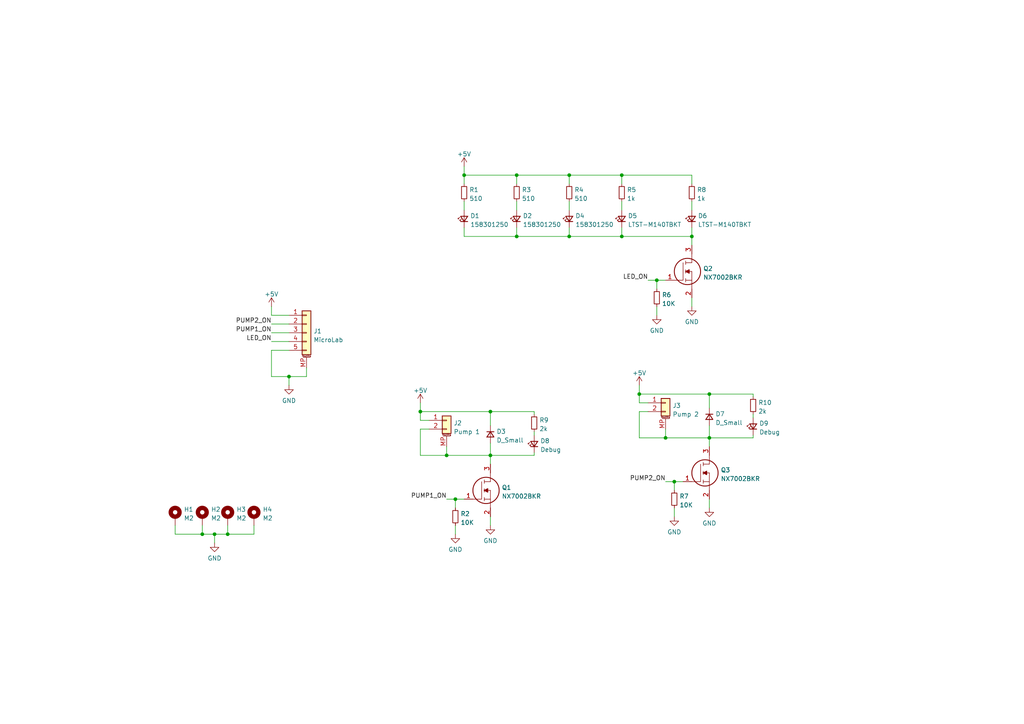
<source format=kicad_sch>
(kicad_sch (version 20211123) (generator eeschema)
  (paper "A4")
  (lib_symbols
    (symbol "Connector_Generic_MountingPin:Conn_01x02_MountingPin" (pin_names (offset 1.016) hide)
      (property "Reference" "J" (at 0 2.54 0))
      (property "Value" "Conn_01x02_MountingPin" (at 1.27 -5.08 0))
      (symbol "Conn_01x02_MountingPin_1_1"
        (rectangle (start -1.27 -2.413) (end 0 -2.667) (stroke (width 0.1524)))
        (rectangle (start -1.27 0.127) (end 0 -0.127) (stroke (width 0.1524)))
        (rectangle (start -1.27 1.27) (end 1.27 -3.81) (stroke (width 0.254)) (fill (type background)))
        (polyline (pts (xy -1.016 -4.572) (xy 1.016 -4.572)) (stroke (width 0.1524)))
        (text "Mounting" (at 0 -4.191 0) (effects (font (size 0.381 0.381))))
        (pin passive line (at -5.08 0 0) (length 3.81) (name "Pin_1") (number "1"))
        (pin passive line (at -5.08 -2.54 0) (length 3.81) (name "Pin_2") (number "2"))
        (pin passive line (at 0 -7.62 90) (length 3.048) (name "MountPin") (number "MP"))
      )
    )
    (symbol "Connector_Generic_MountingPin:Conn_01x05_MountingPin" (pin_names (offset 1.016) hide)
      (property "Reference" "J" (at 0 7.62 0))
      (property "Value" "Conn_01x05_MountingPin" (at 1.27 -7.62 0))
      (symbol "Conn_01x05_MountingPin_1_1"
        (rectangle (start -1.27 -4.953) (end 0 -5.207) (stroke (width 0.1524)))
        (rectangle (start -1.27 -2.413) (end 0 -2.667) (stroke (width 0.1524)))
        (rectangle (start -1.27 0.127) (end 0 -0.127) (stroke (width 0.1524)))
        (rectangle (start -1.27 2.667) (end 0 2.413) (stroke (width 0.1524)))
        (rectangle (start -1.27 5.207) (end 0 4.953) (stroke (width 0.1524)))
        (rectangle (start -1.27 6.35) (end 1.27 -6.35) (stroke (width 0.254)) (fill (type background)))
        (polyline (pts (xy -1.016 -7.112) (xy 1.016 -7.112)) (stroke (width 0.1524)))
        (text "Mounting" (at 0 -6.731 0) (effects (font (size 0.381 0.381))))
        (pin passive line (at -5.08 5.08 0) (length 3.81) (name "Pin_1") (number "1"))
        (pin passive line (at -5.08 2.54 0) (length 3.81) (name "Pin_2") (number "2"))
        (pin passive line (at -5.08 0 0) (length 3.81) (name "Pin_3") (number "3"))
        (pin passive line (at -5.08 -2.54 0) (length 3.81) (name "Pin_4") (number "4"))
        (pin passive line (at -5.08 -5.08 0) (length 3.81) (name "Pin_5") (number "5"))
        (pin passive line (at 0 -10.16 90) (length 3.048) (name "MountPin") (number "MP"))
      )
    )
    (symbol "Device:D_Small" (pin_numbers hide) (pin_names (offset 0.254) hide)
      (property "Reference" "D" (at -1.27 2.032 0))
      (property "Value" "D_Small" (at -3.81 -2.032 0))
      (symbol "D_Small_0_1"
        (polyline (pts (xy -0.762 -1.016) (xy -0.762 1.016)) (stroke (width 0.254)))
        (polyline (pts (xy -0.762 0) (xy 0.762 0)))
        (polyline (pts (xy 0.762 -1.016) (xy -0.762 0) (xy 0.762 1.016) (xy 0.762 -1.016)) (stroke (width 0.254)))
      )
      (symbol "D_Small_1_1"
        (pin passive line (at -2.54 0 0) (length 1.778) (name "K") (number "1"))
        (pin passive line (at 2.54 0 180) (length 1.778) (name "A") (number "2"))
      )
    )
    (symbol "Device:LED_Small" (pin_numbers hide) (pin_names (offset 0.254) hide)
      (property "Reference" "D" (at -1.27 3.175 0))
      (property "Value" "LED_Small" (at -4.445 -2.54 0))
      (symbol "LED_Small_0_1"
        (polyline (pts (xy -0.762 -1.016) (xy -0.762 1.016)) (stroke (width 0.254)))
        (polyline (pts (xy 1.016 0) (xy -0.762 0)))
        (polyline (pts (xy 0.762 -1.016) (xy -0.762 0) (xy 0.762 1.016) (xy 0.762 -1.016)) (stroke (width 0.254)))
        (polyline (pts (xy 0 0.762) (xy -0.508 1.27) (xy -0.254 1.27) (xy -0.508 1.27) (xy -0.508 1.016)))
        (polyline (pts (xy 0.508 1.27) (xy 0 1.778) (xy 0.254 1.778) (xy 0 1.778) (xy 0 1.524)))
      )
      (symbol "LED_Small_1_1"
        (pin passive line (at -2.54 0 0) (length 1.778) (name "K") (number "1"))
        (pin passive line (at 2.54 0 180) (length 1.778) (name "A") (number "2"))
      )
    )
    (symbol "Device:R_Small" (pin_numbers hide) (pin_names (offset 0.254) hide)
      (property "Reference" "R" (at 0.762 0.508 0))
      (property "Value" "R_Small" (at 0.762 -1.016 0))
      (symbol "R_Small_0_1"
        (rectangle (start -0.762 1.778) (end 0.762 -1.778) (stroke (width 0.2032)))
      )
      (symbol "R_Small_1_1"
        (pin passive line (at 0 2.54 270) (length 0.762) (name "~") (number "1"))
        (pin passive line (at 0 -2.54 90) (length 0.762) (name "~") (number "2"))
      )
    )
    (symbol "Mechanical:MountingHole_Pad" (pin_numbers hide) (pin_names (offset 1.016) hide)
      (property "Reference" "H" (at 0 6.35 0))
      (property "Value" "MountingHole_Pad" (at 0 4.445 0))
      (symbol "MountingHole_Pad_0_1"
        (circle (center 0 1.27) (radius 1.27) (stroke (width 1.27)))
      )
      (symbol "MountingHole_Pad_1_1"
        (pin input line (at 0 -2.54 90) (length 2.54) (name "1") (number "1"))
      )
    )
    (symbol "Mouser Parts:NX7002BKR" (pin_names (offset 0.762))
      (property "Reference" "Q" (at 11.43 3.81 0))
      (property "Value" "NX7002BKR" (at 11.43 1.27 0))
      (symbol "NX7002BKR_0_0"
        (pin passive line (at 0 0 0) (length 2.54) (name "~") (number "1"))
        (pin passive line (at 7.62 -5.08 90) (length 2.54) (name "~") (number "2"))
        (pin passive line (at 7.62 10.16 270) (length 2.54) (name "~") (number "3"))
      )
      (symbol "NX7002BKR_0_1"
        (polyline (pts (xy 5.842 -0.508) (xy 5.842 0.508)) (stroke (width 0.1524)))
        (polyline (pts (xy 5.842 0) (xy 7.62 0)) (stroke (width 0.1524)))
        (polyline (pts (xy 5.842 2.032) (xy 5.842 3.048)) (stroke (width 0.1524)))
        (polyline (pts (xy 5.842 5.588) (xy 5.842 4.572)) (stroke (width 0.1524)))
        (polyline (pts (xy 7.62 2.54) (xy 5.842 2.54)) (stroke (width 0.1524)))
        (polyline (pts (xy 7.62 2.54) (xy 7.62 -2.54)) (stroke (width 0.1524)))
        (polyline (pts (xy 7.62 5.08) (xy 5.842 5.08)) (stroke (width 0.1524)))
        (polyline (pts (xy 7.62 5.08) (xy 7.62 7.62)) (stroke (width 0.1524)))
        (polyline (pts (xy 2.54 0) (xy 5.08 0) (xy 5.08 5.08)) (stroke (width 0.1524)))
        (polyline (pts (xy 5.842 2.54) (xy 6.858 3.048) (xy 6.858 2.032) (xy 5.842 2.54)) (stroke (width 0.254)) (fill (type outline)))
        (circle (center 6.35 2.54) (radius 3.81) (stroke (width 0.254)))
      )
    )
    (symbol "power:+5V" (power) (pin_names (offset 0))
      (property "Value" "+5V" (at 0 3.556 0))
      (symbol "+5V_0_1"
        (polyline (pts (xy -0.762 1.27) (xy 0 2.54)))
        (polyline (pts (xy 0 0) (xy 0 2.54)))
        (polyline (pts (xy 0 2.54) (xy 0.762 1.27)))
      )
      (symbol "+5V_1_1"
        (pin power_in line (at 0 0 90) (length 0) hide (name "+5V") (number "1"))
      )
    )
    (symbol "power:GND" (power) (pin_names (offset 0))
      (property "Value" "GND" (at 0 -3.81 0))
      (symbol "GND_0_1"
        (polyline (pts (xy 0 0) (xy 0 -1.27) (xy 1.27 -1.27) (xy 0 -2.54) (xy -1.27 -1.27) (xy 0 -1.27)))
      )
      (symbol "GND_1_1"
        (pin power_in line (at 0 0 270) (length 0) hide (name "GND") (number "1"))
      )
    )
  )
  (junction (at 195.58 139.7))
  (junction (at 134.62 50.8))
  (junction (at 165.1 68.58))
  (junction (at 205.74 127))
  (junction (at 180.34 68.58))
  (junction (at 193.04 127))
  (junction (at 205.74 114.3))
  (junction (at 58.674 154.94))
  (junction (at 190.5 81.28))
  (junction (at 62.23 154.94))
  (junction (at 149.86 68.58))
  (junction (at 142.24 119.38))
  (junction (at 132.08 144.78))
  (junction (at 66.04 154.94))
  (junction (at 185.42 114.3))
  (junction (at 83.82 109.22))
  (junction (at 129.54 132.08))
  (junction (at 142.24 132.08))
  (junction (at 121.92 119.38))
  (junction (at 180.34 50.8))
  (junction (at 165.1 50.8))
  (junction (at 200.66 68.58))
  (junction (at 149.86 50.8))
  (wire (pts (xy 205.74 114.3) (xy 205.74 118.364)))
  (wire (pts (xy 165.1 50.8) (xy 180.34 50.8)))
  (wire (pts (xy 187.96 81.28) (xy 190.5 81.28)))
  (wire (pts (xy 134.62 68.58) (xy 149.86 68.58)))
  (wire (pts (xy 165.1 68.58) (xy 180.34 68.58)))
  (wire (pts (xy 193.04 139.7) (xy 195.58 139.7)))
  (wire (pts (xy 154.94 125.222) (xy 154.94 126.238)))
  (wire (pts (xy 58.674 154.94) (xy 62.23 154.94)))
  (wire (pts (xy 193.04 124.46) (xy 193.04 127)))
  (wire (pts (xy 142.24 119.38) (xy 142.24 123.444)))
  (wire (pts (xy 78.74 96.52) (xy 83.82 96.52)))
  (wire (pts (xy 142.24 119.38) (xy 154.94 119.38)))
  (wire (pts (xy 218.44 127) (xy 218.44 126.238)))
  (wire (pts (xy 132.08 152.4) (xy 132.08 154.94)))
  (wire (pts (xy 205.74 127) (xy 193.04 127)))
  (wire (pts (xy 200.66 68.58) (xy 200.66 71.12)))
  (wire (pts (xy 83.82 109.22) (xy 83.82 111.76)))
  (wire (pts (xy 88.9 109.22) (xy 88.9 106.68)))
  (wire (pts (xy 180.34 50.8) (xy 180.34 53.34)))
  (wire (pts (xy 149.86 66.04) (xy 149.86 68.58)))
  (wire (pts (xy 185.42 127) (xy 193.04 127)))
  (wire (pts (xy 200.66 86.36) (xy 200.66 88.9)))
  (wire (pts (xy 149.86 50.8) (xy 165.1 50.8)))
  (wire (pts (xy 185.42 119.38) (xy 187.96 119.38)))
  (wire (pts (xy 134.62 48.26) (xy 134.62 50.8)))
  (wire (pts (xy 205.74 127) (xy 218.44 127)))
  (wire (pts (xy 78.74 91.44) (xy 78.74 88.9)))
  (wire (pts (xy 78.74 93.98) (xy 83.82 93.98)))
  (wire (pts (xy 62.23 154.94) (xy 62.23 157.48)))
  (wire (pts (xy 165.1 66.04) (xy 165.1 68.58)))
  (wire (pts (xy 134.62 50.8) (xy 149.86 50.8)))
  (wire (pts (xy 58.674 152.4) (xy 58.674 154.94)))
  (wire (pts (xy 142.24 132.08) (xy 142.24 134.62)))
  (wire (pts (xy 78.74 101.6) (xy 78.74 109.22)))
  (wire (pts (xy 78.74 99.06) (xy 83.82 99.06)))
  (wire (pts (xy 142.24 149.86) (xy 142.24 152.4)))
  (wire (pts (xy 62.23 154.94) (xy 66.04 154.94)))
  (wire (pts (xy 218.44 115.062) (xy 218.44 114.3)))
  (wire (pts (xy 195.58 147.32) (xy 195.58 149.86)))
  (wire (pts (xy 121.92 116.84) (xy 121.92 119.38)))
  (wire (pts (xy 149.86 58.42) (xy 149.86 60.96)))
  (wire (pts (xy 185.42 119.38) (xy 185.42 127)))
  (wire (pts (xy 180.34 50.8) (xy 200.66 50.8)))
  (wire (pts (xy 200.66 66.04) (xy 200.66 68.58)))
  (wire (pts (xy 50.8 154.94) (xy 58.674 154.94)))
  (wire (pts (xy 66.04 152.4) (xy 66.04 154.94)))
  (wire (pts (xy 187.96 116.84) (xy 185.42 116.84)))
  (wire (pts (xy 180.34 68.58) (xy 200.66 68.58)))
  (wire (pts (xy 180.34 66.04) (xy 180.34 68.58)))
  (wire (pts (xy 134.62 50.8) (xy 134.62 53.34)))
  (wire (pts (xy 83.82 109.22) (xy 88.9 109.22)))
  (wire (pts (xy 121.92 119.38) (xy 121.92 121.92)))
  (wire (pts (xy 190.5 81.28) (xy 190.5 83.82)))
  (wire (pts (xy 142.24 119.38) (xy 121.92 119.38)))
  (wire (pts (xy 132.08 144.78) (xy 132.08 147.32)))
  (wire (pts (xy 124.46 121.92) (xy 121.92 121.92)))
  (wire (pts (xy 205.74 127) (xy 205.74 129.54)))
  (wire (pts (xy 129.54 129.54) (xy 129.54 132.08)))
  (wire (pts (xy 73.66 154.94) (xy 73.66 152.4)))
  (wire (pts (xy 134.62 66.04) (xy 134.62 68.58)))
  (wire (pts (xy 190.5 88.9) (xy 190.5 91.44)))
  (wire (pts (xy 78.74 109.22) (xy 83.82 109.22)))
  (wire (pts (xy 154.94 120.142) (xy 154.94 119.38)))
  (wire (pts (xy 165.1 50.8) (xy 165.1 53.34)))
  (wire (pts (xy 121.92 132.08) (xy 129.54 132.08)))
  (wire (pts (xy 185.42 114.3) (xy 185.42 116.84)))
  (wire (pts (xy 165.1 58.42) (xy 165.1 60.96)))
  (wire (pts (xy 142.24 132.08) (xy 154.94 132.08)))
  (wire (pts (xy 200.66 50.8) (xy 200.66 53.34)))
  (wire (pts (xy 154.94 132.08) (xy 154.94 131.318)))
  (wire (pts (xy 149.86 50.8) (xy 149.86 53.34)))
  (wire (pts (xy 149.86 68.58) (xy 165.1 68.58)))
  (wire (pts (xy 205.74 114.3) (xy 218.44 114.3)))
  (wire (pts (xy 200.66 58.42) (xy 200.66 60.96)))
  (wire (pts (xy 134.62 144.78) (xy 132.08 144.78)))
  (wire (pts (xy 205.74 123.444) (xy 205.74 127)))
  (wire (pts (xy 180.34 58.42) (xy 180.34 60.96)))
  (wire (pts (xy 205.74 144.78) (xy 205.74 147.32)))
  (wire (pts (xy 83.82 91.44) (xy 78.74 91.44)))
  (wire (pts (xy 198.12 139.7) (xy 195.58 139.7)))
  (wire (pts (xy 185.42 111.76) (xy 185.42 114.3)))
  (wire (pts (xy 129.54 144.78) (xy 132.08 144.78)))
  (wire (pts (xy 121.92 124.46) (xy 124.46 124.46)))
  (wire (pts (xy 121.92 124.46) (xy 121.92 132.08)))
  (wire (pts (xy 205.74 114.3) (xy 185.42 114.3)))
  (wire (pts (xy 134.62 58.42) (xy 134.62 60.96)))
  (wire (pts (xy 142.24 132.08) (xy 129.54 132.08)))
  (wire (pts (xy 193.04 81.28) (xy 190.5 81.28)))
  (wire (pts (xy 218.44 120.142) (xy 218.44 121.158)))
  (wire (pts (xy 66.04 154.94) (xy 73.66 154.94)))
  (wire (pts (xy 195.58 139.7) (xy 195.58 142.24)))
  (wire (pts (xy 142.24 128.524) (xy 142.24 132.08)))
  (wire (pts (xy 83.82 101.6) (xy 78.74 101.6)))
  (wire (pts (xy 50.8 152.4) (xy 50.8 154.94)))
  (label "LED_ON" (at 187.96 81.28 180))
  (label "PUMP2_ON" (at 193.04 139.7 180))
  (label "PUMP1_ON" (at 78.74 96.52 180))
  (label "PUMP2_ON" (at 78.74 93.98 180))
  (label "PUMP1_ON" (at 129.54 144.78 180))
  (label "LED_ON" (at 78.74 99.06 180))
  (symbol (lib_id "Device:R_Small") (at 195.58 144.78 0) (unit 1)
    (property "Reference" "R7" (at 197.0786 143.9453 0) (effects (justify left)))
    (property "Value" "10K" (at 197.0786 146.4822 0) (effects (justify left)))
    (property "Footprint" "Resistor_SMD:R_0402_1005Metric" (effects hide))
  )
  (symbol (lib_id "Mouser Parts:NX7002BKR") (at 193.04 81.28 0) (unit 1)
    (property "Reference" "Q2" (at 203.962 77.9053 0) (effects (justify left)))
    (property "Value" "NX7002BKR" (at 203.962 80.4422 0) (effects (justify left)))
    (property "Footprint" "Package_TO_SOT_SMD:SOT-23" (effects hide))
    (property "Datasheet" "https://assets.nexperia.com/documents/data-sheet/NX7002BK.pdf" (effects hide))
    (property "Description" "MOSFET 60V N-channel Trench MOSFET" (effects hide))
    (property "Height" "1.1" (effects hide))
    (property "Mouser Part Number" "771-NX7002BKR" (effects hide))
    (property "Mouser Price/Stock" "https://www.mouser.co.uk/ProductDetail/Nexperia/NX7002BKR?qs=rsevcuukUAxkxO5zIAFt0A%3D%3D" (effects hide))
    (property "Manufacturer_Name" "Nexperia" (effects hide))
    (property "Manufacturer_Part_Number" "NX7002BKR" (effects hide))
  )
  (symbol (lib_id "Connector_Generic_MountingPin:Conn_01x05_MountingPin") (at 88.9 96.52 0) (unit 1)
    (property "Reference" "J1" (at 90.932 96.0409 0) (effects (justify left)))
    (property "Value" "MicroLab" (at 90.932 98.5778 0) (effects (justify left)))
    (property "Footprint" "Connector_JST:JST_SH_BM05B-SRSS-TB_1x05-1MP_P1.00mm_Vertical" (effects hide))
  )
  (symbol (lib_id "power:+5V") (at 185.42 111.76 0) (unit 1)
    (property "Reference" "#PWR0106" (effects hide))
    (property "Value" "+5V" (at 185.42 108.1842 0))
  )
  (symbol (lib_id "Device:D_Small") (at 205.74 120.904 270) (unit 1)
    (property "Reference" "D7" (at 207.518 120.0693 90) (effects (justify left)))
    (property "Value" "D_Small" (at 207.518 122.6062 90) (effects (justify left)))
    (property "Footprint" "Diode_SMD:D_SOD-323_HandSoldering" (effects hide))
  )
  (symbol (lib_id "Device:D_Small") (at 142.24 125.984 270) (unit 1)
    (property "Reference" "D3" (at 144.018 125.1493 90) (effects (justify left)))
    (property "Value" "D_Small" (at 144.018 127.6862 90) (effects (justify left)))
    (property "Footprint" "Diode_SMD:D_SOD-323_HandSoldering" (effects hide))
  )
  (symbol (lib_id "Connector_Generic_MountingPin:Conn_01x02_MountingPin") (at 129.54 121.92 0) (unit 1)
    (property "Reference" "J2" (at 131.572 122.7109 0) (effects (justify left)))
    (property "Value" "Pump 1" (at 131.572 125.2478 0) (effects (justify left)))
    (property "Footprint" "Connector_JST:JST_SH_BM02B-SRSS-TB_1x02-1MP_P1.00mm_Vertical" (effects hide))
  )
  (symbol (lib_id "Device:LED_Small") (at 134.62 63.5 90) (unit 1)
    (property "Reference" "D1" (at 136.398 62.6018 90) (effects (justify right)))
    (property "Value" "158301250 " (at 136.398 65.1387 90) (effects (justify right)))
    (property "Footprint" "Mouser Parts:158301250" (effects hide))
  )
  (symbol (lib_id "power:GND") (at 132.08 154.94 0) (unit 1)
    (property "Reference" "#PWR0102" (effects hide))
    (property "Value" "GND" (at 132.08 159.3834 0))
  )
  (symbol (lib_id "Mouser Parts:NX7002BKR") (at 134.62 144.78 0) (unit 1)
    (property "Reference" "Q1" (at 145.542 141.4053 0) (effects (justify left)))
    (property "Value" "NX7002BKR" (at 145.542 143.9422 0) (effects (justify left)))
    (property "Footprint" "Package_TO_SOT_SMD:SOT-23" (effects hide))
    (property "Datasheet" "https://assets.nexperia.com/documents/data-sheet/NX7002BK.pdf" (effects hide))
    (property "Description" "MOSFET 60V N-channel Trench MOSFET" (effects hide))
    (property "Height" "1.1" (effects hide))
    (property "Mouser Part Number" "771-NX7002BKR" (effects hide))
    (property "Mouser Price/Stock" "https://www.mouser.co.uk/ProductDetail/Nexperia/NX7002BKR?qs=rsevcuukUAxkxO5zIAFt0A%3D%3D" (effects hide))
    (property "Manufacturer_Name" "Nexperia" (effects hide))
    (property "Manufacturer_Part_Number" "NX7002BKR" (effects hide))
  )
  (symbol (lib_id "Mechanical:MountingHole_Pad") (at 73.66 149.86 0) (unit 1)
    (property "Reference" "H4" (at 76.2 147.7553 0) (effects (justify left)))
    (property "Value" "M2" (at 76.2 150.2922 0) (effects (justify left)))
    (property "Footprint" "MountingHole:MountingHole_2.2mm_M2_DIN965_Pad_TopOnly" (effects hide))
  )
  (symbol (lib_id "Device:LED_Small") (at 154.94 128.778 90) (unit 1)
    (property "Reference" "D8" (at 156.718 127.8798 90) (effects (justify right)))
    (property "Value" "Debug" (at 156.718 130.4167 90) (effects (justify right)))
    (property "Footprint" "LED_SMD:LED_0402_1005Metric" (effects hide))
  )
  (symbol (lib_id "power:+5V") (at 78.74 88.9 0) (unit 1)
    (property "Reference" "#PWR0105" (effects hide))
    (property "Value" "+5V" (at 78.74 85.3242 0))
  )
  (symbol (lib_id "Connector_Generic_MountingPin:Conn_01x02_MountingPin") (at 193.04 116.84 0) (unit 1)
    (property "Reference" "J3" (at 195.072 117.6309 0) (effects (justify left)))
    (property "Value" "Pump 2" (at 195.072 120.1678 0) (effects (justify left)))
    (property "Footprint" "Connector_JST:JST_SH_BM02B-SRSS-TB_1x02-1MP_P1.00mm_Vertical" (effects hide))
  )
  (symbol (lib_id "Device:R_Small") (at 200.66 55.88 0) (unit 1)
    (property "Reference" "R8" (at 202.1586 55.0453 0) (effects (justify left)))
    (property "Value" "1k" (at 202.1586 57.5822 0) (effects (justify left)))
    (property "Footprint" "Resistor_SMD:R_0402_1005Metric" (effects hide))
  )
  (symbol (lib_id "Device:R_Small") (at 190.5 86.36 0) (unit 1)
    (property "Reference" "R6" (at 191.9986 85.5253 0) (effects (justify left)))
    (property "Value" "10K" (at 191.9986 88.0622 0) (effects (justify left)))
    (property "Footprint" "Resistor_SMD:R_0402_1005Metric" (effects hide))
  )
  (symbol (lib_id "Device:R_Small") (at 218.44 117.602 0) (unit 1)
    (property "Reference" "R10" (at 219.9386 116.7673 0) (effects (justify left)))
    (property "Value" "2k" (at 219.9386 119.3042 0) (effects (justify left)))
    (property "Footprint" "Resistor_SMD:R_0402_1005Metric" (effects hide))
  )
  (symbol (lib_id "Device:LED_Small") (at 180.34 63.5 90) (unit 1)
    (property "Reference" "D5" (at 182.118 62.6018 90) (effects (justify right)))
    (property "Value" "LTST-M140TBKT" (at 182.118 65.1387 90) (effects (justify right)))
    (property "Footprint" "Mouser Parts:LTST-M140TBKT" (effects hide))
  )
  (symbol (lib_id "Device:R_Small") (at 149.86 55.88 0) (unit 1)
    (property "Reference" "R3" (at 151.3586 55.0453 0) (effects (justify left)))
    (property "Value" "510" (at 151.3586 57.5822 0) (effects (justify left)))
    (property "Footprint" "Resistor_SMD:R_0402_1005Metric" (effects hide))
  )
  (symbol (lib_id "Device:LED_Small") (at 165.1 63.5 90) (unit 1)
    (property "Reference" "D4" (at 166.878 62.6018 90) (effects (justify right)))
    (property "Value" "158301250 " (at 166.878 65.1387 90) (effects (justify right)))
    (property "Footprint" "Mouser Parts:158301250" (effects hide))
  )
  (symbol (lib_id "power:GND") (at 62.23 157.48 0) (unit 1)
    (property "Reference" "#PWR0112" (effects hide))
    (property "Value" "GND" (at 62.23 161.9234 0))
  )
  (symbol (lib_id "Mechanical:MountingHole_Pad") (at 66.04 149.86 0) (unit 1)
    (property "Reference" "H3" (at 68.58 147.7553 0) (effects (justify left)))
    (property "Value" "M2" (at 68.58 150.2922 0) (effects (justify left)))
    (property "Footprint" "MountingHole:MountingHole_2.2mm_M2_DIN965_Pad_TopOnly" (effects hide))
  )
  (symbol (lib_id "power:GND") (at 200.66 88.9 0) (unit 1)
    (property "Reference" "#PWR0110" (effects hide))
    (property "Value" "GND" (at 200.66 93.3434 0))
  )
  (symbol (lib_id "power:GND") (at 83.82 111.76 0) (unit 1)
    (property "Reference" "#PWR0104" (effects hide))
    (property "Value" "GND" (at 83.82 116.2034 0))
  )
  (symbol (lib_id "power:GND") (at 205.74 147.32 0) (unit 1)
    (property "Reference" "#PWR0108" (effects hide))
    (property "Value" "GND" (at 205.74 151.7634 0))
  )
  (symbol (lib_id "Device:LED_Small") (at 200.66 63.5 90) (unit 1)
    (property "Reference" "D6" (at 202.438 62.6018 90) (effects (justify right)))
    (property "Value" "LTST-M140TBKT" (at 202.438 65.1387 90) (effects (justify right)))
    (property "Footprint" "Mouser Parts:LTST-M140TBKT" (effects hide))
  )
  (symbol (lib_id "Device:R_Small") (at 180.34 55.88 0) (unit 1)
    (property "Reference" "R5" (at 181.8386 55.0453 0) (effects (justify left)))
    (property "Value" "1k" (at 181.8386 57.5822 0) (effects (justify left)))
    (property "Footprint" "Resistor_SMD:R_0402_1005Metric" (effects hide))
  )
  (symbol (lib_id "power:+5V") (at 121.92 116.84 0) (unit 1)
    (property "Reference" "#PWR0101" (effects hide))
    (property "Value" "+5V" (at 121.92 113.2642 0))
  )
  (symbol (lib_id "Device:R_Small") (at 132.08 149.86 0) (unit 1)
    (property "Reference" "R2" (at 133.5786 149.0253 0) (effects (justify left)))
    (property "Value" "10K" (at 133.5786 151.5622 0) (effects (justify left)))
    (property "Footprint" "Resistor_SMD:R_0402_1005Metric" (effects hide))
  )
  (symbol (lib_id "power:GND") (at 142.24 152.4 0) (unit 1)
    (property "Reference" "#PWR0103" (effects hide))
    (property "Value" "GND" (at 142.24 156.8434 0))
  )
  (symbol (lib_id "Device:LED_Small") (at 218.44 123.698 90) (unit 1)
    (property "Reference" "D9" (at 220.218 122.7998 90) (effects (justify right)))
    (property "Value" "Debug" (at 220.218 125.3367 90) (effects (justify right)))
    (property "Footprint" "LED_SMD:LED_0402_1005Metric" (effects hide))
  )
  (symbol (lib_id "Device:R_Small") (at 134.62 55.88 0) (unit 1)
    (property "Reference" "R1" (at 136.1186 55.0453 0) (effects (justify left)))
    (property "Value" "510" (at 136.1186 57.5822 0) (effects (justify left)))
    (property "Footprint" "Resistor_SMD:R_0402_1005Metric" (effects hide))
  )
  (symbol (lib_id "power:GND") (at 190.5 91.44 0) (unit 1)
    (property "Reference" "#PWR0111" (effects hide))
    (property "Value" "GND" (at 190.5 95.8834 0))
  )
  (symbol (lib_id "Device:R_Small") (at 165.1 55.88 0) (unit 1)
    (property "Reference" "R4" (at 166.5986 55.0453 0) (effects (justify left)))
    (property "Value" "510" (at 166.5986 57.5822 0) (effects (justify left)))
    (property "Footprint" "Resistor_SMD:R_0402_1005Metric" (effects hide))
  )
  (symbol (lib_id "power:GND") (at 195.58 149.86 0) (unit 1)
    (property "Reference" "#PWR0107" (effects hide))
    (property "Value" "GND" (at 195.58 154.3034 0))
  )
  (symbol (lib_id "Device:LED_Small") (at 149.86 63.5 90) (unit 1)
    (property "Reference" "D2" (at 151.638 62.6018 90) (effects (justify right)))
    (property "Value" "158301250 " (at 151.638 65.1387 90) (effects (justify right)))
    (property "Footprint" "Mouser Parts:158301250" (effects hide))
  )
  (symbol (lib_id "Device:R_Small") (at 154.94 122.682 0) (unit 1)
    (property "Reference" "R9" (at 156.4386 121.8473 0) (effects (justify left)))
    (property "Value" "2k" (at 156.4386 124.3842 0) (effects (justify left)))
    (property "Footprint" "Resistor_SMD:R_0402_1005Metric" (effects hide))
  )
  (symbol (lib_id "Mouser Parts:NX7002BKR") (at 198.12 139.7 0) (unit 1)
    (property "Reference" "Q3" (at 209.042 136.3253 0) (effects (justify left)))
    (property "Value" "NX7002BKR" (at 209.042 138.8622 0) (effects (justify left)))
    (property "Footprint" "Package_TO_SOT_SMD:SOT-23" (effects hide))
    (property "Datasheet" "https://assets.nexperia.com/documents/data-sheet/NX7002BK.pdf" (effects hide))
    (property "Description" "MOSFET 60V N-channel Trench MOSFET" (effects hide))
    (property "Height" "1.1" (effects hide))
    (property "Mouser Part Number" "771-NX7002BKR" (effects hide))
    (property "Mouser Price/Stock" "https://www.mouser.co.uk/ProductDetail/Nexperia/NX7002BKR?qs=rsevcuukUAxkxO5zIAFt0A%3D%3D" (effects hide))
    (property "Manufacturer_Name" "Nexperia" (effects hide))
    (property "Manufacturer_Part_Number" "NX7002BKR" (effects hide))
  )
  (symbol (lib_id "power:+5V") (at 134.62 48.26 0) (unit 1)
    (property "Reference" "#PWR0109" (effects hide))
    (property "Value" "+5V" (at 134.62 44.6842 0))
  )
  (symbol (lib_id "Mechanical:MountingHole_Pad") (at 50.8 149.86 0) (unit 1)
    (property "Reference" "H1" (at 53.34 147.7553 0) (effects (justify left)))
    (property "Value" "M2" (at 53.34 150.2922 0) (effects (justify left)))
    (property "Footprint" "MountingHole:MountingHole_2.2mm_M2_DIN965_Pad_TopOnly" (effects hide))
  )
  (symbol (lib_id "Mechanical:MountingHole_Pad") (at 58.674 149.86 0) (unit 1)
    (property "Reference" "H2" (at 61.214 147.7553 0) (effects (justify left)))
    (property "Value" "M2" (at 61.214 150.2922 0) (effects (justify left)))
    (property "Footprint" "MountingHole:MountingHole_2.2mm_M2_DIN965_Pad_TopOnly" (effects hide))
  )
)
</source>
